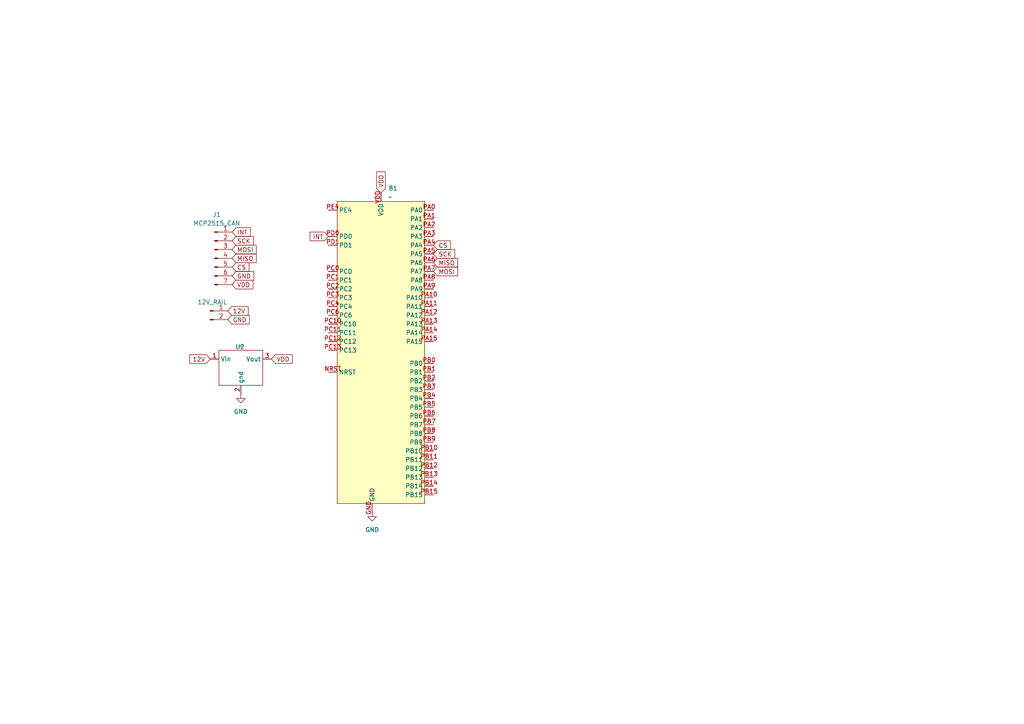
<source format=kicad_sch>
(kicad_sch
	(version 20250114)
	(generator "eeschema")
	(generator_version "9.0")
	(uuid "70c66e79-11e9-4514-8744-be54173ac73c")
	(paper "A4")
	(lib_symbols
		(symbol "CUSTOM_MCU_DEVBOARD:STM32WB5MMG_DEVBOARD"
			(exclude_from_sim no)
			(in_bom yes)
			(on_board yes)
			(property "Reference" "B"
				(at 0 3.556 0)
				(effects
					(font
						(size 1.27 1.27)
					)
				)
			)
			(property "Value" ""
				(at 0 0 0)
				(effects
					(font
						(size 1.27 1.27)
					)
				)
			)
			(property "Footprint" ""
				(at 0 0 0)
				(effects
					(font
						(size 1.27 1.27)
					)
					(hide yes)
				)
			)
			(property "Datasheet" ""
				(at 0 0 0)
				(effects
					(font
						(size 1.27 1.27)
					)
					(hide yes)
				)
			)
			(property "Description" ""
				(at 0 0 0)
				(effects
					(font
						(size 1.27 1.27)
					)
					(hide yes)
				)
			)
			(property "ki_locked" ""
				(at 0 0 0)
				(effects
					(font
						(size 1.27 1.27)
					)
				)
			)
			(symbol "STM32WB5MMG_DEVBOARD_1_1"
				(rectangle
					(start 0 0)
					(end 25.4 -87.63)
					(stroke
						(width 0)
						(type solid)
					)
					(fill
						(type background)
					)
				)
				(pin bidirectional line
					(at -2.54 -2.54 0)
					(length 2.54)
					(name "PE4"
						(effects
							(font
								(size 1.27 1.27)
							)
						)
					)
					(number "PE4"
						(effects
							(font
								(size 1.27 1.27)
							)
						)
					)
				)
				(pin bidirectional line
					(at -2.54 -10.16 0)
					(length 2.54)
					(name "PD0"
						(effects
							(font
								(size 1.27 1.27)
							)
						)
					)
					(number "PD0"
						(effects
							(font
								(size 1.27 1.27)
							)
						)
					)
				)
				(pin bidirectional line
					(at -2.54 -12.7 0)
					(length 2.54)
					(name "PD1"
						(effects
							(font
								(size 1.27 1.27)
							)
						)
					)
					(number "PD1"
						(effects
							(font
								(size 1.27 1.27)
							)
						)
					)
				)
				(pin bidirectional line
					(at -2.54 -20.32 0)
					(length 2.54)
					(name "PC0"
						(effects
							(font
								(size 1.27 1.27)
							)
						)
					)
					(number "PC0"
						(effects
							(font
								(size 1.27 1.27)
							)
						)
					)
				)
				(pin bidirectional line
					(at -2.54 -22.86 0)
					(length 2.54)
					(name "PC1"
						(effects
							(font
								(size 1.27 1.27)
							)
						)
					)
					(number "PC1"
						(effects
							(font
								(size 1.27 1.27)
							)
						)
					)
				)
				(pin bidirectional line
					(at -2.54 -25.4 0)
					(length 2.54)
					(name "PC2"
						(effects
							(font
								(size 1.27 1.27)
							)
						)
					)
					(number "PC2"
						(effects
							(font
								(size 1.27 1.27)
							)
						)
					)
				)
				(pin bidirectional line
					(at -2.54 -27.94 0)
					(length 2.54)
					(name "PC3"
						(effects
							(font
								(size 1.27 1.27)
							)
						)
					)
					(number "PC3"
						(effects
							(font
								(size 1.27 1.27)
							)
						)
					)
				)
				(pin bidirectional line
					(at -2.54 -30.48 0)
					(length 2.54)
					(name "PC4"
						(effects
							(font
								(size 1.27 1.27)
							)
						)
					)
					(number "PC4"
						(effects
							(font
								(size 1.27 1.27)
							)
						)
					)
				)
				(pin bidirectional line
					(at -2.54 -33.02 0)
					(length 2.54)
					(name "PC6"
						(effects
							(font
								(size 1.27 1.27)
							)
						)
					)
					(number "PC6"
						(effects
							(font
								(size 1.27 1.27)
							)
						)
					)
				)
				(pin bidirectional line
					(at -2.54 -35.56 0)
					(length 2.54)
					(name "PC10"
						(effects
							(font
								(size 1.27 1.27)
							)
						)
					)
					(number "PC10"
						(effects
							(font
								(size 1.27 1.27)
							)
						)
					)
				)
				(pin bidirectional line
					(at -2.54 -38.1 0)
					(length 2.54)
					(name "PC11"
						(effects
							(font
								(size 1.27 1.27)
							)
						)
					)
					(number "PC11"
						(effects
							(font
								(size 1.27 1.27)
							)
						)
					)
				)
				(pin bidirectional line
					(at -2.54 -40.64 0)
					(length 2.54)
					(name "PC12"
						(effects
							(font
								(size 1.27 1.27)
							)
						)
					)
					(number "PC12"
						(effects
							(font
								(size 1.27 1.27)
							)
						)
					)
				)
				(pin bidirectional line
					(at -2.54 -43.18 0)
					(length 2.54)
					(name "PC13"
						(effects
							(font
								(size 1.27 1.27)
							)
						)
					)
					(number "PC13"
						(effects
							(font
								(size 1.27 1.27)
							)
						)
					)
				)
				(pin bidirectional line
					(at -2.54 -49.53 0)
					(length 2.54)
					(name "NRST"
						(effects
							(font
								(size 1.27 1.27)
							)
						)
					)
					(number "NRST"
						(effects
							(font
								(size 1.27 1.27)
							)
						)
					)
				)
				(pin power_in line
					(at 10.16 -90.17 90)
					(length 2.54)
					(name "GND"
						(effects
							(font
								(size 1.27 1.27)
							)
						)
					)
					(number "GND"
						(effects
							(font
								(size 1.27 1.27)
							)
						)
					)
				)
				(pin power_in line
					(at 12.7 2.54 270)
					(length 2.54)
					(name "VDD"
						(effects
							(font
								(size 1.27 1.27)
							)
						)
					)
					(number "VDD"
						(effects
							(font
								(size 1.27 1.27)
							)
						)
					)
				)
				(pin bidirectional line
					(at 27.94 -2.54 180)
					(length 2.54)
					(name "PA0"
						(effects
							(font
								(size 1.27 1.27)
							)
						)
					)
					(number "PA0"
						(effects
							(font
								(size 1.27 1.27)
							)
						)
					)
				)
				(pin bidirectional line
					(at 27.94 -5.08 180)
					(length 2.54)
					(name "PA1"
						(effects
							(font
								(size 1.27 1.27)
							)
						)
					)
					(number "PA1"
						(effects
							(font
								(size 1.27 1.27)
							)
						)
					)
				)
				(pin bidirectional line
					(at 27.94 -7.62 180)
					(length 2.54)
					(name "PA2"
						(effects
							(font
								(size 1.27 1.27)
							)
						)
					)
					(number "PA2"
						(effects
							(font
								(size 1.27 1.27)
							)
						)
					)
				)
				(pin bidirectional line
					(at 27.94 -10.16 180)
					(length 2.54)
					(name "PA3"
						(effects
							(font
								(size 1.27 1.27)
							)
						)
					)
					(number "PA3"
						(effects
							(font
								(size 1.27 1.27)
							)
						)
					)
				)
				(pin bidirectional line
					(at 27.94 -12.7 180)
					(length 2.54)
					(name "PA4"
						(effects
							(font
								(size 1.27 1.27)
							)
						)
					)
					(number "PA4"
						(effects
							(font
								(size 1.27 1.27)
							)
						)
					)
				)
				(pin bidirectional line
					(at 27.94 -15.24 180)
					(length 2.54)
					(name "PA5"
						(effects
							(font
								(size 1.27 1.27)
							)
						)
					)
					(number "PA5"
						(effects
							(font
								(size 1.27 1.27)
							)
						)
					)
				)
				(pin bidirectional line
					(at 27.94 -17.78 180)
					(length 2.54)
					(name "PA6"
						(effects
							(font
								(size 1.27 1.27)
							)
						)
					)
					(number "PA6"
						(effects
							(font
								(size 1.27 1.27)
							)
						)
					)
				)
				(pin bidirectional line
					(at 27.94 -20.32 180)
					(length 2.54)
					(name "PA7"
						(effects
							(font
								(size 1.27 1.27)
							)
						)
					)
					(number "PA7"
						(effects
							(font
								(size 1.27 1.27)
							)
						)
					)
				)
				(pin bidirectional line
					(at 27.94 -22.86 180)
					(length 2.54)
					(name "PA8"
						(effects
							(font
								(size 1.27 1.27)
							)
						)
					)
					(number "PA8"
						(effects
							(font
								(size 1.27 1.27)
							)
						)
					)
				)
				(pin bidirectional line
					(at 27.94 -25.4 180)
					(length 2.54)
					(name "PA9"
						(effects
							(font
								(size 1.27 1.27)
							)
						)
					)
					(number "PA9"
						(effects
							(font
								(size 1.27 1.27)
							)
						)
					)
				)
				(pin bidirectional line
					(at 27.94 -27.94 180)
					(length 2.54)
					(name "PA10"
						(effects
							(font
								(size 1.27 1.27)
							)
						)
					)
					(number "PA10"
						(effects
							(font
								(size 1.27 1.27)
							)
						)
					)
				)
				(pin bidirectional line
					(at 27.94 -30.48 180)
					(length 2.54)
					(name "PA11"
						(effects
							(font
								(size 1.27 1.27)
							)
						)
					)
					(number "PA11"
						(effects
							(font
								(size 1.27 1.27)
							)
						)
					)
				)
				(pin bidirectional line
					(at 27.94 -33.02 180)
					(length 2.54)
					(name "PA12"
						(effects
							(font
								(size 1.27 1.27)
							)
						)
					)
					(number "PA12"
						(effects
							(font
								(size 1.27 1.27)
							)
						)
					)
				)
				(pin bidirectional line
					(at 27.94 -35.56 180)
					(length 2.54)
					(name "PA13"
						(effects
							(font
								(size 1.27 1.27)
							)
						)
					)
					(number "PA13"
						(effects
							(font
								(size 1.27 1.27)
							)
						)
					)
				)
				(pin bidirectional line
					(at 27.94 -38.1 180)
					(length 2.54)
					(name "PA14"
						(effects
							(font
								(size 1.27 1.27)
							)
						)
					)
					(number "PA14"
						(effects
							(font
								(size 1.27 1.27)
							)
						)
					)
				)
				(pin bidirectional line
					(at 27.94 -40.64 180)
					(length 2.54)
					(name "PA15"
						(effects
							(font
								(size 1.27 1.27)
							)
						)
					)
					(number "PA15"
						(effects
							(font
								(size 1.27 1.27)
							)
						)
					)
				)
				(pin bidirectional line
					(at 27.94 -46.99 180)
					(length 2.54)
					(name "PB0"
						(effects
							(font
								(size 1.27 1.27)
							)
						)
					)
					(number "PB0"
						(effects
							(font
								(size 1.27 1.27)
							)
						)
					)
				)
				(pin bidirectional line
					(at 27.94 -49.53 180)
					(length 2.54)
					(name "PB1"
						(effects
							(font
								(size 1.27 1.27)
							)
						)
					)
					(number "PB1"
						(effects
							(font
								(size 1.27 1.27)
							)
						)
					)
				)
				(pin bidirectional line
					(at 27.94 -52.07 180)
					(length 2.54)
					(name "PB2"
						(effects
							(font
								(size 1.27 1.27)
							)
						)
					)
					(number "PB2"
						(effects
							(font
								(size 1.27 1.27)
							)
						)
					)
				)
				(pin bidirectional line
					(at 27.94 -54.61 180)
					(length 2.54)
					(name "PB3"
						(effects
							(font
								(size 1.27 1.27)
							)
						)
					)
					(number "PB3"
						(effects
							(font
								(size 1.27 1.27)
							)
						)
					)
				)
				(pin bidirectional line
					(at 27.94 -57.15 180)
					(length 2.54)
					(name "PB4"
						(effects
							(font
								(size 1.27 1.27)
							)
						)
					)
					(number "PB4"
						(effects
							(font
								(size 1.27 1.27)
							)
						)
					)
				)
				(pin bidirectional line
					(at 27.94 -59.69 180)
					(length 2.54)
					(name "PB5"
						(effects
							(font
								(size 1.27 1.27)
							)
						)
					)
					(number "PB5"
						(effects
							(font
								(size 1.27 1.27)
							)
						)
					)
				)
				(pin bidirectional line
					(at 27.94 -62.23 180)
					(length 2.54)
					(name "PB6"
						(effects
							(font
								(size 1.27 1.27)
							)
						)
					)
					(number "PB6"
						(effects
							(font
								(size 1.27 1.27)
							)
						)
					)
				)
				(pin bidirectional line
					(at 27.94 -64.77 180)
					(length 2.54)
					(name "PB7"
						(effects
							(font
								(size 1.27 1.27)
							)
						)
					)
					(number "PB7"
						(effects
							(font
								(size 1.27 1.27)
							)
						)
					)
				)
				(pin bidirectional line
					(at 27.94 -67.31 180)
					(length 2.54)
					(name "PB8"
						(effects
							(font
								(size 1.27 1.27)
							)
						)
					)
					(number "PB8"
						(effects
							(font
								(size 1.27 1.27)
							)
						)
					)
				)
				(pin bidirectional line
					(at 27.94 -69.85 180)
					(length 2.54)
					(name "PB9"
						(effects
							(font
								(size 1.27 1.27)
							)
						)
					)
					(number "PB9"
						(effects
							(font
								(size 1.27 1.27)
							)
						)
					)
				)
				(pin bidirectional line
					(at 27.94 -72.39 180)
					(length 2.54)
					(name "PB10"
						(effects
							(font
								(size 1.27 1.27)
							)
						)
					)
					(number "PB10"
						(effects
							(font
								(size 1.27 1.27)
							)
						)
					)
				)
				(pin bidirectional line
					(at 27.94 -74.93 180)
					(length 2.54)
					(name "PB11"
						(effects
							(font
								(size 1.27 1.27)
							)
						)
					)
					(number "PB11"
						(effects
							(font
								(size 1.27 1.27)
							)
						)
					)
				)
				(pin bidirectional line
					(at 27.94 -77.47 180)
					(length 2.54)
					(name "PB12"
						(effects
							(font
								(size 1.27 1.27)
							)
						)
					)
					(number "PB12"
						(effects
							(font
								(size 1.27 1.27)
							)
						)
					)
				)
				(pin bidirectional line
					(at 27.94 -80.01 180)
					(length 2.54)
					(name "PB13"
						(effects
							(font
								(size 1.27 1.27)
							)
						)
					)
					(number "PB13"
						(effects
							(font
								(size 1.27 1.27)
							)
						)
					)
				)
				(pin bidirectional line
					(at 27.94 -82.55 180)
					(length 2.54)
					(name "PB14"
						(effects
							(font
								(size 1.27 1.27)
							)
						)
					)
					(number "PB14"
						(effects
							(font
								(size 1.27 1.27)
							)
						)
					)
				)
				(pin bidirectional line
					(at 27.94 -85.09 180)
					(length 2.54)
					(name "PB15"
						(effects
							(font
								(size 1.27 1.27)
							)
						)
					)
					(number "PB15"
						(effects
							(font
								(size 1.27 1.27)
							)
						)
					)
				)
			)
			(embedded_fonts no)
		)
		(symbol "CUSTOM_MODULE:MP1584EN_DCtoDC_REGULATOR"
			(exclude_from_sim no)
			(in_bom yes)
			(on_board yes)
			(property "Reference" "U1"
				(at 6.35 1.016 0)
				(effects
					(font
						(size 1.27 1.27)
					)
				)
			)
			(property "Value" ""
				(at 0 0 0)
				(effects
					(font
						(size 1.27 1.27)
					)
				)
			)
			(property "Footprint" ""
				(at 0 0 0)
				(effects
					(font
						(size 1.27 1.27)
					)
					(hide yes)
				)
			)
			(property "Datasheet" ""
				(at 0 0 0)
				(effects
					(font
						(size 1.27 1.27)
					)
					(hide yes)
				)
			)
			(property "Description" ""
				(at 0 0 0)
				(effects
					(font
						(size 1.27 1.27)
					)
					(hide yes)
				)
			)
			(symbol "MP1584EN_DCtoDC_REGULATOR_0_1"
				(rectangle
					(start 0 0)
					(end 12.7 -10.16)
					(stroke
						(width 0)
						(type default)
					)
					(fill
						(type none)
					)
				)
			)
			(symbol "MP1584EN_DCtoDC_REGULATOR_1_1"
				(pin power_in line
					(at -2.54 -2.54 0)
					(length 2.54)
					(name "Vin"
						(effects
							(font
								(size 1.27 1.27)
							)
						)
					)
					(number "1"
						(effects
							(font
								(size 1.27 1.27)
							)
						)
					)
				)
				(pin power_in line
					(at 6.35 -12.7 90)
					(length 2.54)
					(name "gnd"
						(effects
							(font
								(size 1.27 1.27)
							)
						)
					)
					(number "2"
						(effects
							(font
								(size 1.27 1.27)
							)
						)
					)
				)
				(pin power_out line
					(at 15.24 -2.54 180)
					(length 2.54)
					(name "Vout"
						(effects
							(font
								(size 1.27 1.27)
							)
						)
					)
					(number "3"
						(effects
							(font
								(size 1.27 1.27)
							)
						)
					)
				)
			)
			(embedded_fonts no)
		)
		(symbol "Connector:Conn_01x02_Pin"
			(pin_names
				(offset 1.016)
				(hide yes)
			)
			(exclude_from_sim no)
			(in_bom yes)
			(on_board yes)
			(property "Reference" "J"
				(at 0 2.54 0)
				(effects
					(font
						(size 1.27 1.27)
					)
				)
			)
			(property "Value" "Conn_01x02_Pin"
				(at 0 -5.08 0)
				(effects
					(font
						(size 1.27 1.27)
					)
				)
			)
			(property "Footprint" ""
				(at 0 0 0)
				(effects
					(font
						(size 1.27 1.27)
					)
					(hide yes)
				)
			)
			(property "Datasheet" "~"
				(at 0 0 0)
				(effects
					(font
						(size 1.27 1.27)
					)
					(hide yes)
				)
			)
			(property "Description" "Generic connector, single row, 01x02, script generated"
				(at 0 0 0)
				(effects
					(font
						(size 1.27 1.27)
					)
					(hide yes)
				)
			)
			(property "ki_locked" ""
				(at 0 0 0)
				(effects
					(font
						(size 1.27 1.27)
					)
				)
			)
			(property "ki_keywords" "connector"
				(at 0 0 0)
				(effects
					(font
						(size 1.27 1.27)
					)
					(hide yes)
				)
			)
			(property "ki_fp_filters" "Connector*:*_1x??_*"
				(at 0 0 0)
				(effects
					(font
						(size 1.27 1.27)
					)
					(hide yes)
				)
			)
			(symbol "Conn_01x02_Pin_1_1"
				(rectangle
					(start 0.8636 0.127)
					(end 0 -0.127)
					(stroke
						(width 0.1524)
						(type default)
					)
					(fill
						(type outline)
					)
				)
				(rectangle
					(start 0.8636 -2.413)
					(end 0 -2.667)
					(stroke
						(width 0.1524)
						(type default)
					)
					(fill
						(type outline)
					)
				)
				(polyline
					(pts
						(xy 1.27 0) (xy 0.8636 0)
					)
					(stroke
						(width 0.1524)
						(type default)
					)
					(fill
						(type none)
					)
				)
				(polyline
					(pts
						(xy 1.27 -2.54) (xy 0.8636 -2.54)
					)
					(stroke
						(width 0.1524)
						(type default)
					)
					(fill
						(type none)
					)
				)
				(pin passive line
					(at 5.08 0 180)
					(length 3.81)
					(name "Pin_1"
						(effects
							(font
								(size 1.27 1.27)
							)
						)
					)
					(number "1"
						(effects
							(font
								(size 1.27 1.27)
							)
						)
					)
				)
				(pin passive line
					(at 5.08 -2.54 180)
					(length 3.81)
					(name "Pin_2"
						(effects
							(font
								(size 1.27 1.27)
							)
						)
					)
					(number "2"
						(effects
							(font
								(size 1.27 1.27)
							)
						)
					)
				)
			)
			(embedded_fonts no)
		)
		(symbol "Connector:Conn_01x07_Pin"
			(pin_names
				(offset 1.016)
				(hide yes)
			)
			(exclude_from_sim no)
			(in_bom yes)
			(on_board yes)
			(property "Reference" "J"
				(at 0 10.16 0)
				(effects
					(font
						(size 1.27 1.27)
					)
				)
			)
			(property "Value" "Conn_01x07_Pin"
				(at 0 -10.16 0)
				(effects
					(font
						(size 1.27 1.27)
					)
				)
			)
			(property "Footprint" ""
				(at 0 0 0)
				(effects
					(font
						(size 1.27 1.27)
					)
					(hide yes)
				)
			)
			(property "Datasheet" "~"
				(at 0 0 0)
				(effects
					(font
						(size 1.27 1.27)
					)
					(hide yes)
				)
			)
			(property "Description" "Generic connector, single row, 01x07, script generated"
				(at 0 0 0)
				(effects
					(font
						(size 1.27 1.27)
					)
					(hide yes)
				)
			)
			(property "ki_locked" ""
				(at 0 0 0)
				(effects
					(font
						(size 1.27 1.27)
					)
				)
			)
			(property "ki_keywords" "connector"
				(at 0 0 0)
				(effects
					(font
						(size 1.27 1.27)
					)
					(hide yes)
				)
			)
			(property "ki_fp_filters" "Connector*:*_1x??_*"
				(at 0 0 0)
				(effects
					(font
						(size 1.27 1.27)
					)
					(hide yes)
				)
			)
			(symbol "Conn_01x07_Pin_1_1"
				(rectangle
					(start 0.8636 7.747)
					(end 0 7.493)
					(stroke
						(width 0.1524)
						(type default)
					)
					(fill
						(type outline)
					)
				)
				(rectangle
					(start 0.8636 5.207)
					(end 0 4.953)
					(stroke
						(width 0.1524)
						(type default)
					)
					(fill
						(type outline)
					)
				)
				(rectangle
					(start 0.8636 2.667)
					(end 0 2.413)
					(stroke
						(width 0.1524)
						(type default)
					)
					(fill
						(type outline)
					)
				)
				(rectangle
					(start 0.8636 0.127)
					(end 0 -0.127)
					(stroke
						(width 0.1524)
						(type default)
					)
					(fill
						(type outline)
					)
				)
				(rectangle
					(start 0.8636 -2.413)
					(end 0 -2.667)
					(stroke
						(width 0.1524)
						(type default)
					)
					(fill
						(type outline)
					)
				)
				(rectangle
					(start 0.8636 -4.953)
					(end 0 -5.207)
					(stroke
						(width 0.1524)
						(type default)
					)
					(fill
						(type outline)
					)
				)
				(rectangle
					(start 0.8636 -7.493)
					(end 0 -7.747)
					(stroke
						(width 0.1524)
						(type default)
					)
					(fill
						(type outline)
					)
				)
				(polyline
					(pts
						(xy 1.27 7.62) (xy 0.8636 7.62)
					)
					(stroke
						(width 0.1524)
						(type default)
					)
					(fill
						(type none)
					)
				)
				(polyline
					(pts
						(xy 1.27 5.08) (xy 0.8636 5.08)
					)
					(stroke
						(width 0.1524)
						(type default)
					)
					(fill
						(type none)
					)
				)
				(polyline
					(pts
						(xy 1.27 2.54) (xy 0.8636 2.54)
					)
					(stroke
						(width 0.1524)
						(type default)
					)
					(fill
						(type none)
					)
				)
				(polyline
					(pts
						(xy 1.27 0) (xy 0.8636 0)
					)
					(stroke
						(width 0.1524)
						(type default)
					)
					(fill
						(type none)
					)
				)
				(polyline
					(pts
						(xy 1.27 -2.54) (xy 0.8636 -2.54)
					)
					(stroke
						(width 0.1524)
						(type default)
					)
					(fill
						(type none)
					)
				)
				(polyline
					(pts
						(xy 1.27 -5.08) (xy 0.8636 -5.08)
					)
					(stroke
						(width 0.1524)
						(type default)
					)
					(fill
						(type none)
					)
				)
				(polyline
					(pts
						(xy 1.27 -7.62) (xy 0.8636 -7.62)
					)
					(stroke
						(width 0.1524)
						(type default)
					)
					(fill
						(type none)
					)
				)
				(pin passive line
					(at 5.08 7.62 180)
					(length 3.81)
					(name "Pin_1"
						(effects
							(font
								(size 1.27 1.27)
							)
						)
					)
					(number "1"
						(effects
							(font
								(size 1.27 1.27)
							)
						)
					)
				)
				(pin passive line
					(at 5.08 5.08 180)
					(length 3.81)
					(name "Pin_2"
						(effects
							(font
								(size 1.27 1.27)
							)
						)
					)
					(number "2"
						(effects
							(font
								(size 1.27 1.27)
							)
						)
					)
				)
				(pin passive line
					(at 5.08 2.54 180)
					(length 3.81)
					(name "Pin_3"
						(effects
							(font
								(size 1.27 1.27)
							)
						)
					)
					(number "3"
						(effects
							(font
								(size 1.27 1.27)
							)
						)
					)
				)
				(pin passive line
					(at 5.08 0 180)
					(length 3.81)
					(name "Pin_4"
						(effects
							(font
								(size 1.27 1.27)
							)
						)
					)
					(number "4"
						(effects
							(font
								(size 1.27 1.27)
							)
						)
					)
				)
				(pin passive line
					(at 5.08 -2.54 180)
					(length 3.81)
					(name "Pin_5"
						(effects
							(font
								(size 1.27 1.27)
							)
						)
					)
					(number "5"
						(effects
							(font
								(size 1.27 1.27)
							)
						)
					)
				)
				(pin passive line
					(at 5.08 -5.08 180)
					(length 3.81)
					(name "Pin_6"
						(effects
							(font
								(size 1.27 1.27)
							)
						)
					)
					(number "6"
						(effects
							(font
								(size 1.27 1.27)
							)
						)
					)
				)
				(pin passive line
					(at 5.08 -7.62 180)
					(length 3.81)
					(name "Pin_7"
						(effects
							(font
								(size 1.27 1.27)
							)
						)
					)
					(number "7"
						(effects
							(font
								(size 1.27 1.27)
							)
						)
					)
				)
			)
			(embedded_fonts no)
		)
		(symbol "power:GND"
			(power)
			(pin_numbers
				(hide yes)
			)
			(pin_names
				(offset 0)
				(hide yes)
			)
			(exclude_from_sim no)
			(in_bom yes)
			(on_board yes)
			(property "Reference" "#PWR"
				(at 0 -6.35 0)
				(effects
					(font
						(size 1.27 1.27)
					)
					(hide yes)
				)
			)
			(property "Value" "GND"
				(at 0 -3.81 0)
				(effects
					(font
						(size 1.27 1.27)
					)
				)
			)
			(property "Footprint" ""
				(at 0 0 0)
				(effects
					(font
						(size 1.27 1.27)
					)
					(hide yes)
				)
			)
			(property "Datasheet" ""
				(at 0 0 0)
				(effects
					(font
						(size 1.27 1.27)
					)
					(hide yes)
				)
			)
			(property "Description" "Power symbol creates a global label with name \"GND\" , ground"
				(at 0 0 0)
				(effects
					(font
						(size 1.27 1.27)
					)
					(hide yes)
				)
			)
			(property "ki_keywords" "global power"
				(at 0 0 0)
				(effects
					(font
						(size 1.27 1.27)
					)
					(hide yes)
				)
			)
			(symbol "GND_0_1"
				(polyline
					(pts
						(xy 0 0) (xy 0 -1.27) (xy 1.27 -1.27) (xy 0 -2.54) (xy -1.27 -1.27) (xy 0 -1.27)
					)
					(stroke
						(width 0)
						(type default)
					)
					(fill
						(type none)
					)
				)
			)
			(symbol "GND_1_1"
				(pin power_in line
					(at 0 0 270)
					(length 0)
					(name "~"
						(effects
							(font
								(size 1.27 1.27)
							)
						)
					)
					(number "1"
						(effects
							(font
								(size 1.27 1.27)
							)
						)
					)
				)
			)
			(embedded_fonts no)
		)
	)
	(global_label "MOSI"
		(shape input)
		(at 67.31 72.39 0)
		(fields_autoplaced yes)
		(effects
			(font
				(size 1.27 1.27)
			)
			(justify left)
		)
		(uuid "09aa6cb7-3383-40c7-8fc5-437f724a07a9")
		(property "Intersheetrefs" "${INTERSHEET_REFS}"
			(at 74.8914 72.39 0)
			(effects
				(font
					(size 1.27 1.27)
				)
				(justify left)
				(hide yes)
			)
		)
	)
	(global_label "VDD"
		(shape input)
		(at 67.31 82.55 0)
		(fields_autoplaced yes)
		(effects
			(font
				(size 1.27 1.27)
			)
			(justify left)
		)
		(uuid "17e503c4-c3cf-44d6-8a21-9d7797516929")
		(property "Intersheetrefs" "${INTERSHEET_REFS}"
			(at 73.9238 82.55 0)
			(effects
				(font
					(size 1.27 1.27)
				)
				(justify left)
				(hide yes)
			)
		)
	)
	(global_label "12V"
		(shape input)
		(at 60.96 104.14 180)
		(fields_autoplaced yes)
		(effects
			(font
				(size 1.27 1.27)
			)
			(justify right)
		)
		(uuid "203d7804-ed80-4457-8352-08e1f64a6f59")
		(property "Intersheetrefs" "${INTERSHEET_REFS}"
			(at 54.4672 104.14 0)
			(effects
				(font
					(size 1.27 1.27)
				)
				(justify right)
				(hide yes)
			)
		)
	)
	(global_label "12V"
		(shape input)
		(at 66.04 90.17 0)
		(fields_autoplaced yes)
		(effects
			(font
				(size 1.27 1.27)
			)
			(justify left)
		)
		(uuid "208fe146-0c94-4880-aba6-cd538626a764")
		(property "Intersheetrefs" "${INTERSHEET_REFS}"
			(at 72.5328 90.17 0)
			(effects
				(font
					(size 1.27 1.27)
				)
				(justify left)
				(hide yes)
			)
		)
	)
	(global_label "GND"
		(shape input)
		(at 67.31 80.01 0)
		(fields_autoplaced yes)
		(effects
			(font
				(size 1.27 1.27)
			)
			(justify left)
		)
		(uuid "403099ec-7c4a-4e72-a62f-9def29467d5f")
		(property "Intersheetrefs" "${INTERSHEET_REFS}"
			(at 74.1657 80.01 0)
			(effects
				(font
					(size 1.27 1.27)
				)
				(justify left)
				(hide yes)
			)
		)
	)
	(global_label "MISO"
		(shape input)
		(at 67.31 74.93 0)
		(fields_autoplaced yes)
		(effects
			(font
				(size 1.27 1.27)
			)
			(justify left)
		)
		(uuid "5104577e-65a4-408f-bc0a-c3eb2ec0d57a")
		(property "Intersheetrefs" "${INTERSHEET_REFS}"
			(at 74.8914 74.93 0)
			(effects
				(font
					(size 1.27 1.27)
				)
				(justify left)
				(hide yes)
			)
		)
	)
	(global_label "VDD"
		(shape input)
		(at 110.49 55.88 90)
		(fields_autoplaced yes)
		(effects
			(font
				(size 1.27 1.27)
			)
			(justify left)
		)
		(uuid "54ce62fb-7835-4cb4-89ef-11216f0bda15")
		(property "Intersheetrefs" "${INTERSHEET_REFS}"
			(at 110.49 49.2662 90)
			(effects
				(font
					(size 1.27 1.27)
				)
				(justify left)
				(hide yes)
			)
		)
	)
	(global_label "MOSI"
		(shape input)
		(at 125.73 78.74 0)
		(fields_autoplaced yes)
		(effects
			(font
				(size 1.27 1.27)
			)
			(justify left)
		)
		(uuid "5813de32-c5f9-40f4-af3a-fd0fc6d762d1")
		(property "Intersheetrefs" "${INTERSHEET_REFS}"
			(at 133.3114 78.74 0)
			(effects
				(font
					(size 1.27 1.27)
				)
				(justify left)
				(hide yes)
			)
		)
	)
	(global_label "SCK"
		(shape input)
		(at 125.73 73.66 0)
		(fields_autoplaced yes)
		(effects
			(font
				(size 1.27 1.27)
			)
			(justify left)
		)
		(uuid "70a9a3b6-6498-4e1f-82e8-4698ed028548")
		(property "Intersheetrefs" "${INTERSHEET_REFS}"
			(at 132.4647 73.66 0)
			(effects
				(font
					(size 1.27 1.27)
				)
				(justify left)
				(hide yes)
			)
		)
	)
	(global_label "INT"
		(shape input)
		(at 67.31 67.31 0)
		(fields_autoplaced yes)
		(effects
			(font
				(size 1.27 1.27)
			)
			(justify left)
		)
		(uuid "7e6bb0ad-19be-426d-a127-78020dd5bc93")
		(property "Intersheetrefs" "${INTERSHEET_REFS}"
			(at 73.1981 67.31 0)
			(effects
				(font
					(size 1.27 1.27)
				)
				(justify left)
				(hide yes)
			)
		)
	)
	(global_label "CS"
		(shape input)
		(at 67.31 77.47 0)
		(fields_autoplaced yes)
		(effects
			(font
				(size 1.27 1.27)
			)
			(justify left)
		)
		(uuid "8374beb6-cfc2-4dcd-8822-4097d42f4700")
		(property "Intersheetrefs" "${INTERSHEET_REFS}"
			(at 72.7747 77.47 0)
			(effects
				(font
					(size 1.27 1.27)
				)
				(justify left)
				(hide yes)
			)
		)
	)
	(global_label "CS"
		(shape input)
		(at 125.73 71.12 0)
		(fields_autoplaced yes)
		(effects
			(font
				(size 1.27 1.27)
			)
			(justify left)
		)
		(uuid "a616aee6-94aa-44da-9324-ccf976bd3bc2")
		(property "Intersheetrefs" "${INTERSHEET_REFS}"
			(at 131.1947 71.12 0)
			(effects
				(font
					(size 1.27 1.27)
				)
				(justify left)
				(hide yes)
			)
		)
	)
	(global_label "GND"
		(shape input)
		(at 66.04 92.71 0)
		(fields_autoplaced yes)
		(effects
			(font
				(size 1.27 1.27)
			)
			(justify left)
		)
		(uuid "a7d6575a-0d87-4fe7-8610-1e3d1eebc437")
		(property "Intersheetrefs" "${INTERSHEET_REFS}"
			(at 72.8957 92.71 0)
			(effects
				(font
					(size 1.27 1.27)
				)
				(justify left)
				(hide yes)
			)
		)
	)
	(global_label "VDD"
		(shape input)
		(at 78.74 104.14 0)
		(fields_autoplaced yes)
		(effects
			(font
				(size 1.27 1.27)
			)
			(justify left)
		)
		(uuid "aeebaf73-57dc-4880-bda6-a5fad6b35617")
		(property "Intersheetrefs" "${INTERSHEET_REFS}"
			(at 85.3538 104.14 0)
			(effects
				(font
					(size 1.27 1.27)
				)
				(justify left)
				(hide yes)
			)
		)
	)
	(global_label "MISO"
		(shape input)
		(at 125.73 76.2 0)
		(fields_autoplaced yes)
		(effects
			(font
				(size 1.27 1.27)
			)
			(justify left)
		)
		(uuid "be7a5933-b6aa-48f1-b678-451ce794b311")
		(property "Intersheetrefs" "${INTERSHEET_REFS}"
			(at 133.3114 76.2 0)
			(effects
				(font
					(size 1.27 1.27)
				)
				(justify left)
				(hide yes)
			)
		)
	)
	(global_label "INT"
		(shape input)
		(at 95.25 68.58 180)
		(fields_autoplaced yes)
		(effects
			(font
				(size 1.27 1.27)
			)
			(justify right)
		)
		(uuid "e6f60409-0316-4c09-beef-860d708b80d9")
		(property "Intersheetrefs" "${INTERSHEET_REFS}"
			(at 89.3619 68.58 0)
			(effects
				(font
					(size 1.27 1.27)
				)
				(justify right)
				(hide yes)
			)
		)
	)
	(global_label "SCK"
		(shape input)
		(at 67.31 69.85 0)
		(fields_autoplaced yes)
		(effects
			(font
				(size 1.27 1.27)
			)
			(justify left)
		)
		(uuid "ee224769-a188-45a3-8039-864a7f6fe8d4")
		(property "Intersheetrefs" "${INTERSHEET_REFS}"
			(at 74.0447 69.85 0)
			(effects
				(font
					(size 1.27 1.27)
				)
				(justify left)
				(hide yes)
			)
		)
	)
	(symbol
		(lib_id "CUSTOM_MCU_DEVBOARD:STM32WB5MMG_DEVBOARD")
		(at 97.79 58.42 0)
		(unit 1)
		(exclude_from_sim no)
		(in_bom yes)
		(on_board yes)
		(dnp no)
		(fields_autoplaced yes)
		(uuid "141e4c37-bc94-41fb-8ba4-56d0163ff499")
		(property "Reference" "B1"
			(at 112.6333 54.61 0)
			(effects
				(font
					(size 1.27 1.27)
				)
				(justify left)
			)
		)
		(property "Value" "~"
			(at 112.6333 57.15 0)
			(effects
				(font
					(size 1.27 1.27)
				)
				(justify left)
			)
		)
		(property "Footprint" "CUSTOM_MCU_DEVBOARD:STM32WB5MMG_CUSTOM_DEVBOARD"
			(at 97.79 58.42 0)
			(effects
				(font
					(size 1.27 1.27)
				)
				(hide yes)
			)
		)
		(property "Datasheet" ""
			(at 97.79 58.42 0)
			(effects
				(font
					(size 1.27 1.27)
				)
				(hide yes)
			)
		)
		(property "Description" ""
			(at 97.79 58.42 0)
			(effects
				(font
					(size 1.27 1.27)
				)
				(hide yes)
			)
		)
		(pin "PA1"
			(uuid "bdfb41b3-3a02-4faa-bb59-0b2c60cea0e1")
		)
		(pin "PC10"
			(uuid "191fb076-6ccd-459c-b7b8-43b566eb3799")
		)
		(pin "PC3"
			(uuid "bd78b192-5abd-4607-9ad4-8ef49b989705")
		)
		(pin "PC13"
			(uuid "d6dd90b8-9b5f-4e29-a115-d9c31c67ae30")
		)
		(pin "NRST"
			(uuid "5a487bc1-98c4-4942-a76b-a0be82b9d67c")
		)
		(pin "PD1"
			(uuid "a45298d1-c60a-466f-8120-2f167ac2140a")
		)
		(pin "PC12"
			(uuid "cbce6098-58c1-4c3b-8aca-0eafc8fe22dc")
		)
		(pin "PA0"
			(uuid "322f88ec-de29-4b6e-98a5-e6d4cbb69061")
		)
		(pin "PA13"
			(uuid "b27682c5-03c7-488b-99a1-caa4e56f9e1a")
		)
		(pin "GND"
			(uuid "12c37c27-8354-40dc-808a-a102ab2a3298")
		)
		(pin "PE4"
			(uuid "758b4930-b146-4b4f-afa9-462a66c0f722")
		)
		(pin "PC0"
			(uuid "6c1826f9-3824-4965-b435-d4d97e23c6f9")
		)
		(pin "PD0"
			(uuid "fdeb09c5-da32-4469-b2f0-381cb717fee7")
		)
		(pin "PC1"
			(uuid "96db2498-4a98-4f5d-8f8a-14071985d8ed")
		)
		(pin "PC2"
			(uuid "b13da59a-a0dc-4c93-a3ee-26b529b96784")
		)
		(pin "PC6"
			(uuid "886ff148-831f-4a81-ab6a-7c268920bf92")
		)
		(pin "PC4"
			(uuid "58afaef3-ea5f-4e51-b34b-004eb3a81c33")
		)
		(pin "PC11"
			(uuid "3fe383f3-030a-467a-8ed1-4a4bfd57eb9b")
		)
		(pin "VDD"
			(uuid "a8ad5d55-53a0-47ba-86ee-4244ccde31ba")
		)
		(pin "PA2"
			(uuid "037861f7-8b29-4eef-8d20-1dacda70cc42")
		)
		(pin "PA3"
			(uuid "d89c3a40-ff68-4e30-8d6e-692c1a543fa5")
		)
		(pin "PA4"
			(uuid "03789082-4399-4d52-85e7-a534361e531c")
		)
		(pin "PA5"
			(uuid "915af538-1638-4651-baaf-f93a6f4e58d3")
		)
		(pin "PA6"
			(uuid "7b2d2a12-de17-4d8d-bcc1-0f1f03365aaa")
		)
		(pin "PA7"
			(uuid "609e7e37-5e5b-4725-a8c5-0dd0ac318949")
		)
		(pin "PA8"
			(uuid "8d697fec-c540-4558-8225-16690657680e")
		)
		(pin "PA9"
			(uuid "7fdbe0a2-cc22-406c-af05-b1ca4fca4b61")
		)
		(pin "PA10"
			(uuid "62374569-bbfb-4a91-9bd3-6fabd3f46fa2")
		)
		(pin "PA11"
			(uuid "a9407239-f7e4-4adf-ac9e-384e9ae3e8a5")
		)
		(pin "PA12"
			(uuid "47602686-f1ea-4df9-98a6-af9ab9ef0d2c")
		)
		(pin "PA15"
			(uuid "668107df-4b77-4fb9-952f-367358508e0d")
		)
		(pin "PB15"
			(uuid "83dede23-a606-4c2a-a219-f9e771b24018")
		)
		(pin "PB1"
			(uuid "be2a4f67-ddd3-4502-8c3c-fe9b96365630")
		)
		(pin "PB10"
			(uuid "929e63d5-2df1-4220-ae04-e95893a0e192")
		)
		(pin "PB4"
			(uuid "325bc032-4783-4a77-8688-d7f5dbb32888")
		)
		(pin "PB6"
			(uuid "b3cb818d-c2d4-489a-8b21-046a6077740f")
		)
		(pin "PA14"
			(uuid "b1a234d2-cde0-4053-b26d-b9b78bdb313f")
		)
		(pin "PB0"
			(uuid "74f56908-4659-45bc-b2e2-e475d1f54f06")
		)
		(pin "PB5"
			(uuid "34581480-b274-4091-bcf0-7734fd1caf9b")
		)
		(pin "PB7"
			(uuid "441967ee-dc79-4440-9dea-e515ac1f61af")
		)
		(pin "PB11"
			(uuid "bcd2d238-e157-4507-b43c-5848ff5fe2f2")
		)
		(pin "PB3"
			(uuid "8285e2af-c39d-4466-8dfe-7ea51b080f54")
		)
		(pin "PB8"
			(uuid "44f9be48-344a-4ee9-b4a9-41d62f122d86")
		)
		(pin "PB12"
			(uuid "d2aa60e4-1142-4137-9dde-f9e6ed5868c1")
		)
		(pin "PB13"
			(uuid "9b4f5b16-6170-418d-b7bb-f7c97bc6f31f")
		)
		(pin "PB14"
			(uuid "93013c8b-7a6a-4faf-91a2-19ed3f09ca05")
		)
		(pin "PB2"
			(uuid "40831f59-b51f-43d3-9d32-e9ade6676e5e")
		)
		(pin "PB9"
			(uuid "33f62dba-1dcb-4538-9898-11a8d6071577")
		)
		(instances
			(project ""
				(path "/70c66e79-11e9-4514-8744-be54173ac73c"
					(reference "B1")
					(unit 1)
				)
			)
		)
	)
	(symbol
		(lib_id "power:GND")
		(at 69.85 114.3 0)
		(unit 1)
		(exclude_from_sim no)
		(in_bom yes)
		(on_board yes)
		(dnp no)
		(fields_autoplaced yes)
		(uuid "20a278b5-862d-45d9-8565-234e86d12208")
		(property "Reference" "#PWR02"
			(at 69.85 120.65 0)
			(effects
				(font
					(size 1.27 1.27)
				)
				(hide yes)
			)
		)
		(property "Value" "GND"
			(at 69.85 119.38 0)
			(effects
				(font
					(size 1.27 1.27)
				)
			)
		)
		(property "Footprint" ""
			(at 69.85 114.3 0)
			(effects
				(font
					(size 1.27 1.27)
				)
				(hide yes)
			)
		)
		(property "Datasheet" ""
			(at 69.85 114.3 0)
			(effects
				(font
					(size 1.27 1.27)
				)
				(hide yes)
			)
		)
		(property "Description" "Power symbol creates a global label with name \"GND\" , ground"
			(at 69.85 114.3 0)
			(effects
				(font
					(size 1.27 1.27)
				)
				(hide yes)
			)
		)
		(pin "1"
			(uuid "6cf641bd-1165-433d-b4bc-9675d07abb80")
		)
		(instances
			(project "ESP32_Transmitter_MOTOHUD"
				(path "/70c66e79-11e9-4514-8744-be54173ac73c"
					(reference "#PWR02")
					(unit 1)
				)
			)
		)
	)
	(symbol
		(lib_id "CUSTOM_MODULE:MP1584EN_DCtoDC_REGULATOR")
		(at 63.5 101.6 0)
		(unit 1)
		(exclude_from_sim no)
		(in_bom yes)
		(on_board yes)
		(dnp no)
		(uuid "495a1e4a-31c1-49ff-bb99-f7d3678d3bdb")
		(property "Reference" "U2"
			(at 69.596 100.584 0)
			(effects
				(font
					(size 1.27 1.27)
				)
			)
		)
		(property "Value" "~"
			(at 69.85 100.33 0)
			(effects
				(font
					(size 1.27 1.27)
				)
			)
		)
		(property "Footprint" "CUSTOM_MODULES:MP1584EN_DCtoDC_REGULATOR"
			(at 63.5 101.6 0)
			(effects
				(font
					(size 1.27 1.27)
				)
				(hide yes)
			)
		)
		(property "Datasheet" ""
			(at 63.5 101.6 0)
			(effects
				(font
					(size 1.27 1.27)
				)
				(hide yes)
			)
		)
		(property "Description" ""
			(at 63.5 101.6 0)
			(effects
				(font
					(size 1.27 1.27)
				)
				(hide yes)
			)
		)
		(pin "2"
			(uuid "69264fb4-5b98-46e5-a24a-0c6fc3767499")
		)
		(pin "1"
			(uuid "112ea94e-dab4-4e27-b745-7fbb89f5ad65")
		)
		(pin "3"
			(uuid "1d744088-4937-4046-bb52-ec4e27ac0207")
		)
		(instances
			(project ""
				(path "/70c66e79-11e9-4514-8744-be54173ac73c"
					(reference "U2")
					(unit 1)
				)
			)
		)
	)
	(symbol
		(lib_id "Connector:Conn_01x02_Pin")
		(at 60.96 90.17 0)
		(unit 1)
		(exclude_from_sim no)
		(in_bom yes)
		(on_board yes)
		(dnp no)
		(fields_autoplaced yes)
		(uuid "7735955e-16da-4f54-9db9-c3b8fa55e7f3")
		(property "Reference" "J3"
			(at 61.595 85.09 0)
			(effects
				(font
					(size 1.27 1.27)
				)
				(hide yes)
			)
		)
		(property "Value" "12V_RAIL"
			(at 61.595 87.63 0)
			(effects
				(font
					(size 1.27 1.27)
				)
			)
		)
		(property "Footprint" "Connector_PinHeader_2.54mm:PinHeader_1x02_P2.54mm_Vertical"
			(at 60.96 90.17 0)
			(effects
				(font
					(size 1.27 1.27)
				)
				(hide yes)
			)
		)
		(property "Datasheet" "~"
			(at 60.96 90.17 0)
			(effects
				(font
					(size 1.27 1.27)
				)
				(hide yes)
			)
		)
		(property "Description" "Generic connector, single row, 01x02, script generated"
			(at 60.96 90.17 0)
			(effects
				(font
					(size 1.27 1.27)
				)
				(hide yes)
			)
		)
		(pin "1"
			(uuid "f7a6e9cc-30d7-4fc2-9e8a-62e79bdb9d52")
		)
		(pin "2"
			(uuid "ac3749ec-4607-4c07-8dd6-3d843d991a4c")
		)
		(instances
			(project "ESP32_Transmitter_MOTOHUD"
				(path "/70c66e79-11e9-4514-8744-be54173ac73c"
					(reference "J3")
					(unit 1)
				)
			)
		)
	)
	(symbol
		(lib_id "power:GND")
		(at 107.95 148.59 0)
		(unit 1)
		(exclude_from_sim no)
		(in_bom yes)
		(on_board yes)
		(dnp no)
		(fields_autoplaced yes)
		(uuid "8d7381de-a906-46b7-b971-3a173daa19cb")
		(property "Reference" "#PWR01"
			(at 107.95 154.94 0)
			(effects
				(font
					(size 1.27 1.27)
				)
				(hide yes)
			)
		)
		(property "Value" "GND"
			(at 107.95 153.67 0)
			(effects
				(font
					(size 1.27 1.27)
				)
			)
		)
		(property "Footprint" ""
			(at 107.95 148.59 0)
			(effects
				(font
					(size 1.27 1.27)
				)
				(hide yes)
			)
		)
		(property "Datasheet" ""
			(at 107.95 148.59 0)
			(effects
				(font
					(size 1.27 1.27)
				)
				(hide yes)
			)
		)
		(property "Description" "Power symbol creates a global label with name \"GND\" , ground"
			(at 107.95 148.59 0)
			(effects
				(font
					(size 1.27 1.27)
				)
				(hide yes)
			)
		)
		(pin "1"
			(uuid "d7b439f5-e57e-4ad3-aa1c-83ab68053c81")
		)
		(instances
			(project "STM32WB5MMG_TRANSMITTER_MOTOHUD"
				(path "/70c66e79-11e9-4514-8744-be54173ac73c"
					(reference "#PWR01")
					(unit 1)
				)
			)
		)
	)
	(symbol
		(lib_id "Connector:Conn_01x07_Pin")
		(at 62.23 74.93 0)
		(unit 1)
		(exclude_from_sim no)
		(in_bom yes)
		(on_board yes)
		(dnp no)
		(fields_autoplaced yes)
		(uuid "ee10a0cd-7cf0-4c5f-a1eb-27c0cc9380e1")
		(property "Reference" "J1"
			(at 62.865 62.23 0)
			(effects
				(font
					(size 1.27 1.27)
				)
			)
		)
		(property "Value" "MCP2515_CAN"
			(at 62.865 64.77 0)
			(effects
				(font
					(size 1.27 1.27)
				)
			)
		)
		(property "Footprint" "CUSTOM_MCU_DEVBOARD:MCP2515_MODULE"
			(at 62.23 74.93 0)
			(effects
				(font
					(size 1.27 1.27)
				)
				(hide yes)
			)
		)
		(property "Datasheet" "~"
			(at 62.23 74.93 0)
			(effects
				(font
					(size 1.27 1.27)
				)
				(hide yes)
			)
		)
		(property "Description" "Generic connector, single row, 01x07, script generated"
			(at 62.23 74.93 0)
			(effects
				(font
					(size 1.27 1.27)
				)
				(hide yes)
			)
		)
		(pin "7"
			(uuid "d929f095-aa97-4578-8b78-b62a53c0d565")
		)
		(pin "6"
			(uuid "97ecf1d2-6811-4918-aec2-51de197405b2")
		)
		(pin "2"
			(uuid "648442ec-cdf4-4ab7-bde3-2129c5bdad1f")
		)
		(pin "1"
			(uuid "f74c220e-3741-458e-a676-604ed600f748")
		)
		(pin "3"
			(uuid "e2114b1c-8872-4cc0-a056-b5355ae49e3d")
		)
		(pin "5"
			(uuid "c1e8373c-03d0-4864-b729-17df72c2cb26")
		)
		(pin "4"
			(uuid "9f96de11-56c9-449a-8c08-45056263cc1d")
		)
		(instances
			(project ""
				(path "/70c66e79-11e9-4514-8744-be54173ac73c"
					(reference "J1")
					(unit 1)
				)
			)
		)
	)
	(sheet_instances
		(path "/"
			(page "1")
		)
	)
	(embedded_fonts no)
)

</source>
